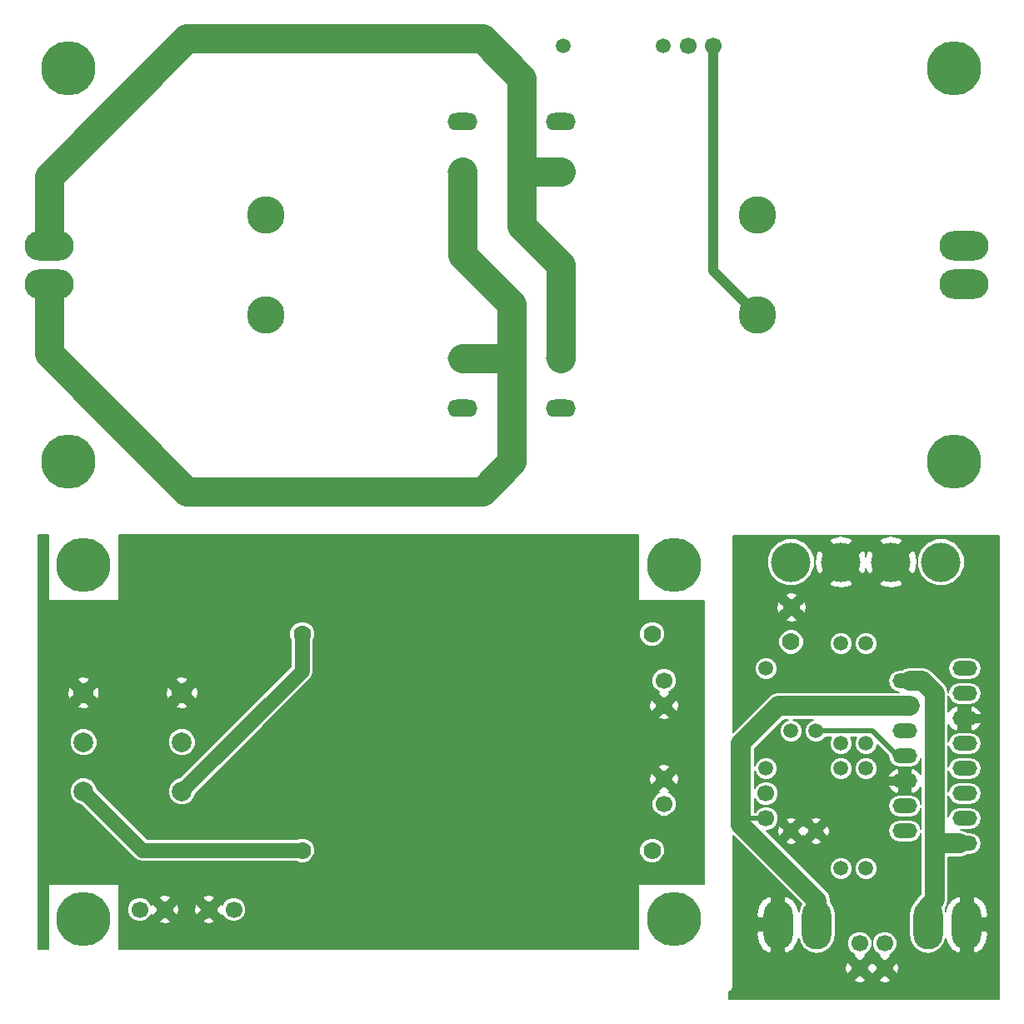
<source format=gtl>
G04 (created by PCBNEW (2013-07-07 BZR 4022)-stable) date 27/10/2013 04:34:24*
%MOIN*%
G04 Gerber Fmt 3.4, Leading zero omitted, Abs format*
%FSLAX34Y34*%
G01*
G70*
G90*
G04 APERTURE LIST*
%ADD10C,0.00393701*%
%ADD11C,0.0590551*%
%ADD12C,0.15748*%
%ADD13C,0.0669*%
%ADD14O,0.1181X0.1969*%
%ADD15C,0.07*%
%ADD16O,0.0984252X0.0590551*%
%ADD17O,0.12X0.07*%
%ADD18C,0.15*%
%ADD19C,0.2165*%
%ADD20O,0.1969X0.1181*%
%ADD21C,0.0787402*%
%ADD22C,0.019685*%
%ADD23C,0.11811*%
%ADD24C,0.0590551*%
%ADD25C,0.0393701*%
%ADD26C,0.0787402*%
%ADD27C,0.00787402*%
G04 APERTURE END LIST*
G54D10*
G54D11*
X47647Y-37858D03*
X47647Y-41858D03*
X45647Y-36358D03*
X45647Y-40358D03*
X47647Y-32858D03*
X47647Y-36858D03*
X46647Y-37858D03*
X46647Y-41858D03*
X44647Y-36358D03*
X44647Y-40358D03*
X46647Y-32858D03*
X46647Y-36858D03*
G54D12*
X50647Y-29608D03*
X48647Y-29608D03*
X44647Y-29608D03*
X46647Y-29608D03*
G54D13*
X48397Y-45858D03*
X48397Y-44858D03*
X47397Y-45858D03*
X47397Y-44858D03*
G54D14*
X51677Y-44108D03*
X50117Y-44108D03*
X45677Y-44108D03*
X44117Y-44108D03*
G54D11*
X43647Y-33858D03*
X43647Y-37858D03*
G54D15*
X44647Y-32797D03*
X44667Y-31419D03*
G54D16*
X51594Y-33858D03*
X51594Y-34858D03*
X51594Y-35858D03*
X51594Y-36858D03*
X51594Y-37858D03*
X51594Y-38858D03*
X51594Y-39858D03*
X51594Y-40858D03*
X49200Y-34358D03*
X49200Y-35358D03*
X49200Y-36358D03*
X49200Y-37358D03*
X49200Y-38358D03*
X49200Y-39358D03*
X49200Y-40358D03*
G54D13*
X43647Y-38858D03*
X43647Y-39858D03*
G54D17*
X31496Y-11992D03*
X31496Y-13992D03*
X31496Y-21440D03*
X31496Y-23440D03*
X35433Y-21440D03*
X35433Y-23440D03*
X35433Y-11992D03*
X35433Y-13992D03*
G54D18*
X23622Y-15716D03*
X23622Y-19716D03*
X43307Y-15716D03*
X43307Y-19716D03*
G54D19*
X51181Y-9842D03*
X51181Y-25590D03*
X15748Y-25590D03*
X15748Y-9842D03*
G54D20*
X14960Y-18496D03*
X14960Y-16936D03*
X51574Y-16936D03*
X51574Y-18496D03*
G54D11*
X35539Y-8938D03*
X39539Y-8938D03*
G54D13*
X41539Y-8938D03*
X40539Y-8938D03*
G54D21*
X16338Y-34842D03*
X16338Y-36811D03*
X16338Y-38779D03*
X20275Y-34842D03*
X20275Y-36811D03*
X20275Y-38779D03*
G54D13*
X18594Y-43503D03*
X19594Y-43503D03*
X22350Y-43503D03*
X21350Y-43503D03*
X39566Y-39279D03*
X39566Y-38279D03*
X39566Y-34342D03*
X39566Y-35342D03*
G54D15*
X39086Y-41141D03*
X25086Y-41141D03*
X39086Y-32480D03*
X25086Y-32480D03*
G54D19*
X16338Y-43897D03*
X16338Y-29724D03*
X39960Y-29724D03*
X39960Y-43897D03*
G54D22*
X45647Y-36358D02*
X47897Y-36358D01*
X48897Y-37358D02*
X49397Y-37358D01*
X47897Y-36358D02*
X48897Y-37358D01*
G54D23*
X14960Y-18503D02*
X14960Y-21259D01*
X14960Y-21259D02*
X20472Y-26771D01*
X31496Y-17322D02*
X31496Y-13992D01*
X31496Y-21440D02*
X33464Y-21440D01*
X33464Y-21440D02*
X33464Y-21259D01*
X33464Y-25590D02*
X33464Y-21259D01*
X33464Y-21259D02*
X33464Y-19291D01*
X32283Y-26771D02*
X33464Y-25590D01*
X20472Y-26771D02*
X32283Y-26771D01*
X33464Y-19291D02*
X31496Y-17322D01*
X14960Y-16929D02*
X14960Y-14173D01*
X14960Y-14173D02*
X20472Y-8661D01*
X35433Y-13992D02*
X33858Y-13992D01*
X33858Y-13992D02*
X33858Y-13779D01*
X33858Y-10236D02*
X33858Y-13779D01*
X32283Y-8661D02*
X33858Y-10236D01*
X20472Y-8661D02*
X32283Y-8661D01*
X35433Y-17716D02*
X35433Y-21440D01*
X33858Y-16141D02*
X35433Y-17716D01*
X33858Y-13779D02*
X33858Y-16141D01*
G54D24*
X25086Y-41141D02*
X18700Y-41141D01*
X18700Y-41141D02*
X16338Y-38779D01*
G54D25*
X41539Y-8938D02*
X41539Y-17948D01*
X41539Y-17948D02*
X43307Y-19716D01*
G54D24*
X20275Y-38779D02*
X25086Y-33968D01*
X25086Y-33968D02*
X25086Y-32480D01*
G54D26*
X51397Y-40858D02*
X50397Y-40858D01*
X50117Y-44108D02*
X50117Y-43388D01*
X49897Y-34358D02*
X49397Y-34358D01*
X50397Y-34858D02*
X49897Y-34358D01*
X50397Y-43108D02*
X50397Y-40858D01*
X50397Y-40858D02*
X50397Y-34858D01*
X50117Y-43388D02*
X50397Y-43108D01*
G54D22*
X43647Y-39858D02*
X42897Y-39858D01*
X42897Y-39858D02*
X42647Y-40108D01*
G54D26*
X49397Y-35358D02*
X44147Y-35358D01*
X45677Y-43138D02*
X45677Y-44108D01*
X42647Y-40108D02*
X45677Y-43138D01*
X42647Y-36858D02*
X42647Y-40108D01*
X44147Y-35358D02*
X42647Y-36858D01*
G54D10*
G36*
X52972Y-47066D02*
X52539Y-47066D01*
X52539Y-44498D01*
X52539Y-43717D01*
X52475Y-43387D01*
X52289Y-43107D01*
X52275Y-43099D01*
X52275Y-36084D01*
X52275Y-35632D01*
X52243Y-35590D01*
X52106Y-35437D01*
X51921Y-35349D01*
X51840Y-35394D01*
X51840Y-35710D01*
X52242Y-35710D01*
X52275Y-35632D01*
X52275Y-36084D01*
X52242Y-36005D01*
X51840Y-36005D01*
X51840Y-36321D01*
X51921Y-36367D01*
X52106Y-36278D01*
X52243Y-36125D01*
X52275Y-36084D01*
X52275Y-43099D01*
X52053Y-42974D01*
X51933Y-42988D01*
X51933Y-43852D01*
X52468Y-43852D01*
X52539Y-43717D01*
X52539Y-44498D01*
X52468Y-44364D01*
X51933Y-44364D01*
X51933Y-45228D01*
X52053Y-45241D01*
X52289Y-45109D01*
X52475Y-44829D01*
X52539Y-44498D01*
X52539Y-47066D01*
X48981Y-47066D01*
X48981Y-45826D01*
X48949Y-45664D01*
X48889Y-45634D01*
X48889Y-44760D01*
X48814Y-44579D01*
X48676Y-44441D01*
X48495Y-44366D01*
X48300Y-44366D01*
X48119Y-44440D01*
X48100Y-44459D01*
X48100Y-41768D01*
X48100Y-37768D01*
X48031Y-37602D01*
X47904Y-37474D01*
X47738Y-37405D01*
X47557Y-37405D01*
X47391Y-37474D01*
X47264Y-37601D01*
X47194Y-37767D01*
X47194Y-37947D01*
X47263Y-38114D01*
X47390Y-38241D01*
X47557Y-38310D01*
X47737Y-38311D01*
X47903Y-38242D01*
X48031Y-38115D01*
X48100Y-37948D01*
X48100Y-37768D01*
X48100Y-41768D01*
X48031Y-41602D01*
X47904Y-41474D01*
X47738Y-41405D01*
X47557Y-41405D01*
X47391Y-41474D01*
X47264Y-41601D01*
X47194Y-41767D01*
X47194Y-41947D01*
X47263Y-42114D01*
X47390Y-42241D01*
X47557Y-42310D01*
X47737Y-42311D01*
X47903Y-42242D01*
X48031Y-42115D01*
X48100Y-41948D01*
X48100Y-41768D01*
X48100Y-44459D01*
X47980Y-44579D01*
X47905Y-44759D01*
X47905Y-44955D01*
X47980Y-45136D01*
X48118Y-45275D01*
X48201Y-45309D01*
X48163Y-45387D01*
X48397Y-45621D01*
X48631Y-45387D01*
X48593Y-45309D01*
X48675Y-45275D01*
X48814Y-45137D01*
X48889Y-44956D01*
X48889Y-44760D01*
X48889Y-45634D01*
X48867Y-45624D01*
X48634Y-45858D01*
X48867Y-46092D01*
X48949Y-46052D01*
X48981Y-45826D01*
X48981Y-47066D01*
X48631Y-47066D01*
X48631Y-46328D01*
X48397Y-46094D01*
X48163Y-46328D01*
X48203Y-46410D01*
X48429Y-46442D01*
X48591Y-46410D01*
X48631Y-46328D01*
X48631Y-47066D01*
X48161Y-47066D01*
X48161Y-45858D01*
X47927Y-45624D01*
X47897Y-45638D01*
X47889Y-45634D01*
X47889Y-44760D01*
X47814Y-44579D01*
X47676Y-44441D01*
X47495Y-44366D01*
X47300Y-44366D01*
X47119Y-44440D01*
X47100Y-44459D01*
X47100Y-41768D01*
X47100Y-37768D01*
X47031Y-37602D01*
X46904Y-37474D01*
X46738Y-37405D01*
X46557Y-37405D01*
X46391Y-37474D01*
X46264Y-37601D01*
X46194Y-37767D01*
X46194Y-37947D01*
X46263Y-38114D01*
X46390Y-38241D01*
X46557Y-38310D01*
X46737Y-38311D01*
X46903Y-38242D01*
X47031Y-38115D01*
X47100Y-37948D01*
X47100Y-37768D01*
X47100Y-41768D01*
X47031Y-41602D01*
X46904Y-41474D01*
X46738Y-41405D01*
X46557Y-41405D01*
X46391Y-41474D01*
X46264Y-41601D01*
X46194Y-41767D01*
X46194Y-41947D01*
X46263Y-42114D01*
X46390Y-42241D01*
X46557Y-42310D01*
X46737Y-42311D01*
X46903Y-42242D01*
X47031Y-42115D01*
X47100Y-41948D01*
X47100Y-41768D01*
X47100Y-44459D01*
X46980Y-44579D01*
X46905Y-44759D01*
X46905Y-44955D01*
X46980Y-45136D01*
X47118Y-45275D01*
X47201Y-45309D01*
X47163Y-45387D01*
X47397Y-45621D01*
X47631Y-45387D01*
X47593Y-45309D01*
X47675Y-45275D01*
X47814Y-45137D01*
X47889Y-44956D01*
X47889Y-44760D01*
X47889Y-45634D01*
X47867Y-45624D01*
X47634Y-45858D01*
X47867Y-46092D01*
X47897Y-46077D01*
X47927Y-46092D01*
X48161Y-45858D01*
X48161Y-47066D01*
X47631Y-47066D01*
X47631Y-46328D01*
X47397Y-46094D01*
X47163Y-46328D01*
X47203Y-46410D01*
X47429Y-46442D01*
X47591Y-46410D01*
X47631Y-46328D01*
X47631Y-47066D01*
X47161Y-47066D01*
X47161Y-45858D01*
X46927Y-45624D01*
X46845Y-45664D01*
X46813Y-45890D01*
X46845Y-46052D01*
X46927Y-46092D01*
X47161Y-45858D01*
X47161Y-47066D01*
X43861Y-47066D01*
X43861Y-45228D01*
X43861Y-44364D01*
X43861Y-43852D01*
X43861Y-42988D01*
X43741Y-42974D01*
X43505Y-43107D01*
X43319Y-43387D01*
X43255Y-43717D01*
X43326Y-43852D01*
X43861Y-43852D01*
X43861Y-44364D01*
X43326Y-44364D01*
X43255Y-44498D01*
X43319Y-44829D01*
X43505Y-45109D01*
X43741Y-45241D01*
X43861Y-45228D01*
X43861Y-47066D01*
X42165Y-47066D01*
X42165Y-46781D01*
X42215Y-46771D01*
X42272Y-46733D01*
X42311Y-46676D01*
X42324Y-46608D01*
X42324Y-40564D01*
X45058Y-43298D01*
X44986Y-43405D01*
X44952Y-43577D01*
X44915Y-43387D01*
X44729Y-43107D01*
X44493Y-42974D01*
X44373Y-42988D01*
X44373Y-43852D01*
X44381Y-43852D01*
X44381Y-44364D01*
X44373Y-44364D01*
X44373Y-45228D01*
X44493Y-45241D01*
X44729Y-45109D01*
X44915Y-44829D01*
X44952Y-44638D01*
X44986Y-44810D01*
X45148Y-45053D01*
X45391Y-45215D01*
X45677Y-45272D01*
X45963Y-45215D01*
X46206Y-45053D01*
X46368Y-44810D01*
X46425Y-44524D01*
X46425Y-43691D01*
X46368Y-43405D01*
X46228Y-43196D01*
X46228Y-43138D01*
X46192Y-42954D01*
X46192Y-40337D01*
X46158Y-40169D01*
X46078Y-40135D01*
X45870Y-40344D01*
X45870Y-39926D01*
X45836Y-39846D01*
X45626Y-39813D01*
X45458Y-39846D01*
X45425Y-39926D01*
X45647Y-40149D01*
X45870Y-39926D01*
X45870Y-40344D01*
X45856Y-40358D01*
X46078Y-40580D01*
X46158Y-40547D01*
X46192Y-40337D01*
X46192Y-42954D01*
X46186Y-42927D01*
X46067Y-42748D01*
X46067Y-42748D01*
X45870Y-42551D01*
X45870Y-40789D01*
X45647Y-40567D01*
X45438Y-40775D01*
X45438Y-40358D01*
X45216Y-40135D01*
X45147Y-40164D01*
X45078Y-40135D01*
X44870Y-40344D01*
X44870Y-39926D01*
X44836Y-39846D01*
X44626Y-39813D01*
X44458Y-39846D01*
X44425Y-39926D01*
X44647Y-40149D01*
X44870Y-39926D01*
X44870Y-40344D01*
X44856Y-40358D01*
X45078Y-40580D01*
X45147Y-40551D01*
X45216Y-40580D01*
X45438Y-40358D01*
X45438Y-40775D01*
X45425Y-40789D01*
X45458Y-40869D01*
X45668Y-40902D01*
X45836Y-40869D01*
X45870Y-40789D01*
X45870Y-42551D01*
X44870Y-41551D01*
X44870Y-40789D01*
X44647Y-40567D01*
X44438Y-40775D01*
X44438Y-40358D01*
X44216Y-40135D01*
X44136Y-40169D01*
X44102Y-40379D01*
X44136Y-40547D01*
X44216Y-40580D01*
X44438Y-40358D01*
X44438Y-40775D01*
X44425Y-40789D01*
X44458Y-40869D01*
X44668Y-40902D01*
X44836Y-40869D01*
X44870Y-40789D01*
X44870Y-41551D01*
X43669Y-40350D01*
X43745Y-40350D01*
X43925Y-40275D01*
X44064Y-40137D01*
X44139Y-39956D01*
X44139Y-39760D01*
X44064Y-39579D01*
X43926Y-39441D01*
X43745Y-39366D01*
X43550Y-39366D01*
X43369Y-39440D01*
X43230Y-39579D01*
X43221Y-39602D01*
X43198Y-39602D01*
X43198Y-39060D01*
X43230Y-39136D01*
X43368Y-39275D01*
X43549Y-39350D01*
X43745Y-39350D01*
X43925Y-39275D01*
X44064Y-39137D01*
X44139Y-38956D01*
X44139Y-38760D01*
X44064Y-38579D01*
X43926Y-38441D01*
X43745Y-38366D01*
X43550Y-38366D01*
X43369Y-38440D01*
X43230Y-38579D01*
X43198Y-38656D01*
X43198Y-37957D01*
X43263Y-38114D01*
X43390Y-38241D01*
X43557Y-38310D01*
X43737Y-38311D01*
X43903Y-38242D01*
X44031Y-38115D01*
X44100Y-37948D01*
X44100Y-37768D01*
X44031Y-37602D01*
X43904Y-37474D01*
X43738Y-37405D01*
X43557Y-37405D01*
X43391Y-37474D01*
X43264Y-37601D01*
X43198Y-37758D01*
X43198Y-37086D01*
X44375Y-35909D01*
X44548Y-35909D01*
X44391Y-35974D01*
X44264Y-36101D01*
X44194Y-36267D01*
X44194Y-36447D01*
X44263Y-36614D01*
X44390Y-36741D01*
X44557Y-36810D01*
X44737Y-36811D01*
X44903Y-36742D01*
X45031Y-36615D01*
X45100Y-36448D01*
X45100Y-36268D01*
X45031Y-36102D01*
X44904Y-35974D01*
X44747Y-35909D01*
X45548Y-35909D01*
X45391Y-35974D01*
X45264Y-36101D01*
X45194Y-36267D01*
X45194Y-36447D01*
X45263Y-36614D01*
X45390Y-36741D01*
X45557Y-36810D01*
X45737Y-36811D01*
X45903Y-36742D01*
X46031Y-36615D01*
X46031Y-36614D01*
X46258Y-36614D01*
X46194Y-36767D01*
X46194Y-36947D01*
X46263Y-37114D01*
X46390Y-37241D01*
X46557Y-37310D01*
X46737Y-37311D01*
X46903Y-37242D01*
X47031Y-37115D01*
X47100Y-36948D01*
X47100Y-36768D01*
X47036Y-36614D01*
X47258Y-36614D01*
X47194Y-36767D01*
X47194Y-36947D01*
X47263Y-37114D01*
X47390Y-37241D01*
X47557Y-37310D01*
X47737Y-37311D01*
X47903Y-37242D01*
X48031Y-37115D01*
X48100Y-36948D01*
X48100Y-36922D01*
X48539Y-37361D01*
X48572Y-37531D01*
X48671Y-37678D01*
X48817Y-37776D01*
X48991Y-37811D01*
X49410Y-37811D01*
X49583Y-37776D01*
X49730Y-37678D01*
X49828Y-37531D01*
X49846Y-37442D01*
X49846Y-38086D01*
X49712Y-37937D01*
X49528Y-37849D01*
X49446Y-37894D01*
X49446Y-38210D01*
X49464Y-38210D01*
X49464Y-38505D01*
X49446Y-38505D01*
X49446Y-38821D01*
X49528Y-38867D01*
X49712Y-38778D01*
X49846Y-38629D01*
X49846Y-39274D01*
X49828Y-39185D01*
X49730Y-39038D01*
X49583Y-38939D01*
X49410Y-38905D01*
X48991Y-38905D01*
X48954Y-38912D01*
X48954Y-38821D01*
X48954Y-38505D01*
X48954Y-38210D01*
X48954Y-37894D01*
X48873Y-37849D01*
X48688Y-37937D01*
X48551Y-38090D01*
X48519Y-38132D01*
X48552Y-38210D01*
X48954Y-38210D01*
X48954Y-38505D01*
X48552Y-38505D01*
X48519Y-38584D01*
X48551Y-38625D01*
X48688Y-38778D01*
X48873Y-38867D01*
X48954Y-38821D01*
X48954Y-38912D01*
X48817Y-38939D01*
X48671Y-39038D01*
X48572Y-39185D01*
X48538Y-39358D01*
X48572Y-39531D01*
X48671Y-39678D01*
X48817Y-39776D01*
X48991Y-39811D01*
X49410Y-39811D01*
X49583Y-39776D01*
X49730Y-39678D01*
X49828Y-39531D01*
X49846Y-39442D01*
X49846Y-40274D01*
X49828Y-40185D01*
X49730Y-40038D01*
X49583Y-39939D01*
X49410Y-39905D01*
X48991Y-39905D01*
X48817Y-39939D01*
X48671Y-40038D01*
X48572Y-40185D01*
X48538Y-40358D01*
X48572Y-40531D01*
X48671Y-40678D01*
X48817Y-40776D01*
X48991Y-40811D01*
X49410Y-40811D01*
X49583Y-40776D01*
X49730Y-40678D01*
X49828Y-40531D01*
X49846Y-40442D01*
X49846Y-40858D01*
X49846Y-42879D01*
X49727Y-42998D01*
X49641Y-43127D01*
X49641Y-43127D01*
X49588Y-43162D01*
X49426Y-43405D01*
X49369Y-43691D01*
X49369Y-44524D01*
X49426Y-44810D01*
X49588Y-45053D01*
X49831Y-45215D01*
X50117Y-45272D01*
X50403Y-45215D01*
X50646Y-45053D01*
X50808Y-44810D01*
X50842Y-44638D01*
X50879Y-44829D01*
X51065Y-45109D01*
X51301Y-45241D01*
X51421Y-45228D01*
X51421Y-44364D01*
X51413Y-44364D01*
X51413Y-43852D01*
X51421Y-43852D01*
X51421Y-42988D01*
X51301Y-42974D01*
X51065Y-43107D01*
X50879Y-43387D01*
X50842Y-43577D01*
X50817Y-43452D01*
X50906Y-43319D01*
X50948Y-43108D01*
X50948Y-43108D01*
X50948Y-41409D01*
X51397Y-41409D01*
X51608Y-41367D01*
X51693Y-41311D01*
X51804Y-41311D01*
X51977Y-41276D01*
X52124Y-41178D01*
X52222Y-41031D01*
X52256Y-40858D01*
X52222Y-40685D01*
X52124Y-40538D01*
X51977Y-40439D01*
X51804Y-40405D01*
X51693Y-40405D01*
X51608Y-40349D01*
X51417Y-40311D01*
X51804Y-40311D01*
X51977Y-40276D01*
X52124Y-40178D01*
X52222Y-40031D01*
X52256Y-39858D01*
X52222Y-39685D01*
X52124Y-39538D01*
X51977Y-39439D01*
X51804Y-39405D01*
X51384Y-39405D01*
X51211Y-39439D01*
X51064Y-39538D01*
X50966Y-39685D01*
X50948Y-39774D01*
X50948Y-38942D01*
X50966Y-39031D01*
X51064Y-39178D01*
X51211Y-39276D01*
X51384Y-39311D01*
X51804Y-39311D01*
X51977Y-39276D01*
X52124Y-39178D01*
X52222Y-39031D01*
X52256Y-38858D01*
X52222Y-38685D01*
X52124Y-38538D01*
X51977Y-38439D01*
X51804Y-38405D01*
X51384Y-38405D01*
X51211Y-38439D01*
X51064Y-38538D01*
X50966Y-38685D01*
X50948Y-38774D01*
X50948Y-37942D01*
X50966Y-38031D01*
X51064Y-38178D01*
X51211Y-38276D01*
X51384Y-38311D01*
X51804Y-38311D01*
X51977Y-38276D01*
X52124Y-38178D01*
X52222Y-38031D01*
X52256Y-37858D01*
X52222Y-37685D01*
X52124Y-37538D01*
X51977Y-37439D01*
X51804Y-37405D01*
X51384Y-37405D01*
X51211Y-37439D01*
X51064Y-37538D01*
X50966Y-37685D01*
X50948Y-37774D01*
X50948Y-36942D01*
X50966Y-37031D01*
X51064Y-37178D01*
X51211Y-37276D01*
X51384Y-37311D01*
X51804Y-37311D01*
X51977Y-37276D01*
X52124Y-37178D01*
X52222Y-37031D01*
X52256Y-36858D01*
X52222Y-36685D01*
X52124Y-36538D01*
X51977Y-36439D01*
X51804Y-36405D01*
X51384Y-36405D01*
X51211Y-36439D01*
X51064Y-36538D01*
X50966Y-36685D01*
X50948Y-36774D01*
X50948Y-36129D01*
X51082Y-36278D01*
X51267Y-36367D01*
X51348Y-36321D01*
X51348Y-36005D01*
X51330Y-36005D01*
X51330Y-35710D01*
X51348Y-35710D01*
X51348Y-35394D01*
X51267Y-35349D01*
X51082Y-35437D01*
X50948Y-35586D01*
X50948Y-34942D01*
X50966Y-35031D01*
X51064Y-35178D01*
X51211Y-35276D01*
X51384Y-35311D01*
X51804Y-35311D01*
X51977Y-35276D01*
X52124Y-35178D01*
X52222Y-35031D01*
X52256Y-34858D01*
X52256Y-33858D01*
X52222Y-33685D01*
X52124Y-33538D01*
X51977Y-33439D01*
X51804Y-33405D01*
X51592Y-33405D01*
X51592Y-29421D01*
X51449Y-29073D01*
X51183Y-28807D01*
X50836Y-28663D01*
X50460Y-28663D01*
X50113Y-28806D01*
X49847Y-29072D01*
X49702Y-29419D01*
X49702Y-29795D01*
X49846Y-30142D01*
X50111Y-30408D01*
X50458Y-30552D01*
X50834Y-30553D01*
X51182Y-30409D01*
X51448Y-30144D01*
X51592Y-29797D01*
X51592Y-29421D01*
X51592Y-33405D01*
X51384Y-33405D01*
X51211Y-33439D01*
X51064Y-33538D01*
X50966Y-33685D01*
X50932Y-33858D01*
X50966Y-34031D01*
X51064Y-34178D01*
X51211Y-34276D01*
X51384Y-34311D01*
X51804Y-34311D01*
X51977Y-34276D01*
X52124Y-34178D01*
X52222Y-34031D01*
X52256Y-33858D01*
X52256Y-34858D01*
X52222Y-34685D01*
X52124Y-34538D01*
X51977Y-34439D01*
X51804Y-34405D01*
X51384Y-34405D01*
X51211Y-34439D01*
X51064Y-34538D01*
X50966Y-34685D01*
X50940Y-34816D01*
X50906Y-34647D01*
X50787Y-34468D01*
X50787Y-34468D01*
X50287Y-33968D01*
X50108Y-33849D01*
X49897Y-33807D01*
X49694Y-33807D01*
X49694Y-29596D01*
X49619Y-29218D01*
X49502Y-29115D01*
X49140Y-29477D01*
X49140Y-28753D01*
X49037Y-28636D01*
X48635Y-28561D01*
X48257Y-28636D01*
X48154Y-28753D01*
X48647Y-29246D01*
X49140Y-28753D01*
X49140Y-29477D01*
X49009Y-29608D01*
X49502Y-30101D01*
X49619Y-29997D01*
X49694Y-29596D01*
X49694Y-33807D01*
X49397Y-33807D01*
X49186Y-33849D01*
X49140Y-33879D01*
X49140Y-30463D01*
X48647Y-29970D01*
X48285Y-30332D01*
X48285Y-29608D01*
X47792Y-29115D01*
X47675Y-29218D01*
X47648Y-29365D01*
X47619Y-29218D01*
X47502Y-29115D01*
X47140Y-29477D01*
X47140Y-28753D01*
X47037Y-28636D01*
X46635Y-28561D01*
X46257Y-28636D01*
X46154Y-28753D01*
X46647Y-29246D01*
X47140Y-28753D01*
X47140Y-29477D01*
X47009Y-29608D01*
X47502Y-30101D01*
X47619Y-29997D01*
X47646Y-29851D01*
X47675Y-29997D01*
X47792Y-30101D01*
X48285Y-29608D01*
X48285Y-30332D01*
X48154Y-30463D01*
X48257Y-30579D01*
X48659Y-30655D01*
X49037Y-30579D01*
X49140Y-30463D01*
X49140Y-33879D01*
X49102Y-33905D01*
X48991Y-33905D01*
X48817Y-33939D01*
X48671Y-34038D01*
X48572Y-34185D01*
X48538Y-34358D01*
X48572Y-34531D01*
X48671Y-34678D01*
X48817Y-34776D01*
X48971Y-34807D01*
X48100Y-34807D01*
X48100Y-32768D01*
X48031Y-32602D01*
X47904Y-32474D01*
X47738Y-32405D01*
X47557Y-32405D01*
X47391Y-32474D01*
X47264Y-32601D01*
X47194Y-32767D01*
X47194Y-32947D01*
X47263Y-33114D01*
X47390Y-33241D01*
X47557Y-33310D01*
X47737Y-33311D01*
X47903Y-33242D01*
X48031Y-33115D01*
X48100Y-32948D01*
X48100Y-32768D01*
X48100Y-34807D01*
X47140Y-34807D01*
X47140Y-30463D01*
X46647Y-29970D01*
X46285Y-30332D01*
X46285Y-29608D01*
X45792Y-29115D01*
X45675Y-29218D01*
X45600Y-29620D01*
X45675Y-29997D01*
X45792Y-30101D01*
X46285Y-29608D01*
X46285Y-30332D01*
X46154Y-30463D01*
X46257Y-30579D01*
X46659Y-30655D01*
X47037Y-30579D01*
X47140Y-30463D01*
X47140Y-34807D01*
X47100Y-34807D01*
X47100Y-32768D01*
X47031Y-32602D01*
X46904Y-32474D01*
X46738Y-32405D01*
X46557Y-32405D01*
X46391Y-32474D01*
X46264Y-32601D01*
X46194Y-32767D01*
X46194Y-32947D01*
X46263Y-33114D01*
X46390Y-33241D01*
X46557Y-33310D01*
X46737Y-33311D01*
X46903Y-33242D01*
X47031Y-33115D01*
X47100Y-32948D01*
X47100Y-32768D01*
X47100Y-34807D01*
X45592Y-34807D01*
X45592Y-29421D01*
X45449Y-29073D01*
X45183Y-28807D01*
X44836Y-28663D01*
X44460Y-28663D01*
X44113Y-28806D01*
X43847Y-29072D01*
X43702Y-29419D01*
X43702Y-29795D01*
X43846Y-30142D01*
X44111Y-30408D01*
X44458Y-30552D01*
X44834Y-30553D01*
X45182Y-30409D01*
X45448Y-30144D01*
X45592Y-29797D01*
X45592Y-29421D01*
X45592Y-34807D01*
X45267Y-34807D01*
X45267Y-31383D01*
X45235Y-31222D01*
X45153Y-31181D01*
X44914Y-31419D01*
X45153Y-31657D01*
X45235Y-31615D01*
X45267Y-31383D01*
X45267Y-34807D01*
X45155Y-34807D01*
X45155Y-32696D01*
X45078Y-32510D01*
X44935Y-32367D01*
X44905Y-32354D01*
X44905Y-31905D01*
X44905Y-30933D01*
X44863Y-30851D01*
X44631Y-30819D01*
X44471Y-30851D01*
X44429Y-30933D01*
X44667Y-31171D01*
X44905Y-30933D01*
X44905Y-31905D01*
X44667Y-31666D01*
X44429Y-31905D01*
X44471Y-31987D01*
X44703Y-32019D01*
X44863Y-31987D01*
X44905Y-31905D01*
X44905Y-32354D01*
X44749Y-32289D01*
X44547Y-32289D01*
X44419Y-32342D01*
X44419Y-31419D01*
X44181Y-31181D01*
X44099Y-31222D01*
X44067Y-31455D01*
X44099Y-31615D01*
X44181Y-31657D01*
X44419Y-31419D01*
X44419Y-32342D01*
X44360Y-32366D01*
X44217Y-32509D01*
X44140Y-32695D01*
X44140Y-32897D01*
X44217Y-33084D01*
X44359Y-33227D01*
X44546Y-33304D01*
X44748Y-33304D01*
X44934Y-33227D01*
X45077Y-33085D01*
X45155Y-32898D01*
X45155Y-32696D01*
X45155Y-34807D01*
X44147Y-34807D01*
X44100Y-34816D01*
X44100Y-33768D01*
X44031Y-33602D01*
X43904Y-33474D01*
X43738Y-33405D01*
X43557Y-33405D01*
X43391Y-33474D01*
X43264Y-33601D01*
X43194Y-33767D01*
X43194Y-33947D01*
X43263Y-34114D01*
X43390Y-34241D01*
X43557Y-34310D01*
X43737Y-34311D01*
X43903Y-34242D01*
X44031Y-34115D01*
X44100Y-33948D01*
X44100Y-33768D01*
X44100Y-34816D01*
X43936Y-34849D01*
X43757Y-34968D01*
X42324Y-36401D01*
X42324Y-28535D01*
X52972Y-28535D01*
X52972Y-47066D01*
X52972Y-47066D01*
G37*
G54D27*
X52972Y-47066D02*
X52539Y-47066D01*
X52539Y-44498D01*
X52539Y-43717D01*
X52475Y-43387D01*
X52289Y-43107D01*
X52275Y-43099D01*
X52275Y-36084D01*
X52275Y-35632D01*
X52243Y-35590D01*
X52106Y-35437D01*
X51921Y-35349D01*
X51840Y-35394D01*
X51840Y-35710D01*
X52242Y-35710D01*
X52275Y-35632D01*
X52275Y-36084D01*
X52242Y-36005D01*
X51840Y-36005D01*
X51840Y-36321D01*
X51921Y-36367D01*
X52106Y-36278D01*
X52243Y-36125D01*
X52275Y-36084D01*
X52275Y-43099D01*
X52053Y-42974D01*
X51933Y-42988D01*
X51933Y-43852D01*
X52468Y-43852D01*
X52539Y-43717D01*
X52539Y-44498D01*
X52468Y-44364D01*
X51933Y-44364D01*
X51933Y-45228D01*
X52053Y-45241D01*
X52289Y-45109D01*
X52475Y-44829D01*
X52539Y-44498D01*
X52539Y-47066D01*
X48981Y-47066D01*
X48981Y-45826D01*
X48949Y-45664D01*
X48889Y-45634D01*
X48889Y-44760D01*
X48814Y-44579D01*
X48676Y-44441D01*
X48495Y-44366D01*
X48300Y-44366D01*
X48119Y-44440D01*
X48100Y-44459D01*
X48100Y-41768D01*
X48100Y-37768D01*
X48031Y-37602D01*
X47904Y-37474D01*
X47738Y-37405D01*
X47557Y-37405D01*
X47391Y-37474D01*
X47264Y-37601D01*
X47194Y-37767D01*
X47194Y-37947D01*
X47263Y-38114D01*
X47390Y-38241D01*
X47557Y-38310D01*
X47737Y-38311D01*
X47903Y-38242D01*
X48031Y-38115D01*
X48100Y-37948D01*
X48100Y-37768D01*
X48100Y-41768D01*
X48031Y-41602D01*
X47904Y-41474D01*
X47738Y-41405D01*
X47557Y-41405D01*
X47391Y-41474D01*
X47264Y-41601D01*
X47194Y-41767D01*
X47194Y-41947D01*
X47263Y-42114D01*
X47390Y-42241D01*
X47557Y-42310D01*
X47737Y-42311D01*
X47903Y-42242D01*
X48031Y-42115D01*
X48100Y-41948D01*
X48100Y-41768D01*
X48100Y-44459D01*
X47980Y-44579D01*
X47905Y-44759D01*
X47905Y-44955D01*
X47980Y-45136D01*
X48118Y-45275D01*
X48201Y-45309D01*
X48163Y-45387D01*
X48397Y-45621D01*
X48631Y-45387D01*
X48593Y-45309D01*
X48675Y-45275D01*
X48814Y-45137D01*
X48889Y-44956D01*
X48889Y-44760D01*
X48889Y-45634D01*
X48867Y-45624D01*
X48634Y-45858D01*
X48867Y-46092D01*
X48949Y-46052D01*
X48981Y-45826D01*
X48981Y-47066D01*
X48631Y-47066D01*
X48631Y-46328D01*
X48397Y-46094D01*
X48163Y-46328D01*
X48203Y-46410D01*
X48429Y-46442D01*
X48591Y-46410D01*
X48631Y-46328D01*
X48631Y-47066D01*
X48161Y-47066D01*
X48161Y-45858D01*
X47927Y-45624D01*
X47897Y-45638D01*
X47889Y-45634D01*
X47889Y-44760D01*
X47814Y-44579D01*
X47676Y-44441D01*
X47495Y-44366D01*
X47300Y-44366D01*
X47119Y-44440D01*
X47100Y-44459D01*
X47100Y-41768D01*
X47100Y-37768D01*
X47031Y-37602D01*
X46904Y-37474D01*
X46738Y-37405D01*
X46557Y-37405D01*
X46391Y-37474D01*
X46264Y-37601D01*
X46194Y-37767D01*
X46194Y-37947D01*
X46263Y-38114D01*
X46390Y-38241D01*
X46557Y-38310D01*
X46737Y-38311D01*
X46903Y-38242D01*
X47031Y-38115D01*
X47100Y-37948D01*
X47100Y-37768D01*
X47100Y-41768D01*
X47031Y-41602D01*
X46904Y-41474D01*
X46738Y-41405D01*
X46557Y-41405D01*
X46391Y-41474D01*
X46264Y-41601D01*
X46194Y-41767D01*
X46194Y-41947D01*
X46263Y-42114D01*
X46390Y-42241D01*
X46557Y-42310D01*
X46737Y-42311D01*
X46903Y-42242D01*
X47031Y-42115D01*
X47100Y-41948D01*
X47100Y-41768D01*
X47100Y-44459D01*
X46980Y-44579D01*
X46905Y-44759D01*
X46905Y-44955D01*
X46980Y-45136D01*
X47118Y-45275D01*
X47201Y-45309D01*
X47163Y-45387D01*
X47397Y-45621D01*
X47631Y-45387D01*
X47593Y-45309D01*
X47675Y-45275D01*
X47814Y-45137D01*
X47889Y-44956D01*
X47889Y-44760D01*
X47889Y-45634D01*
X47867Y-45624D01*
X47634Y-45858D01*
X47867Y-46092D01*
X47897Y-46077D01*
X47927Y-46092D01*
X48161Y-45858D01*
X48161Y-47066D01*
X47631Y-47066D01*
X47631Y-46328D01*
X47397Y-46094D01*
X47163Y-46328D01*
X47203Y-46410D01*
X47429Y-46442D01*
X47591Y-46410D01*
X47631Y-46328D01*
X47631Y-47066D01*
X47161Y-47066D01*
X47161Y-45858D01*
X46927Y-45624D01*
X46845Y-45664D01*
X46813Y-45890D01*
X46845Y-46052D01*
X46927Y-46092D01*
X47161Y-45858D01*
X47161Y-47066D01*
X43861Y-47066D01*
X43861Y-45228D01*
X43861Y-44364D01*
X43861Y-43852D01*
X43861Y-42988D01*
X43741Y-42974D01*
X43505Y-43107D01*
X43319Y-43387D01*
X43255Y-43717D01*
X43326Y-43852D01*
X43861Y-43852D01*
X43861Y-44364D01*
X43326Y-44364D01*
X43255Y-44498D01*
X43319Y-44829D01*
X43505Y-45109D01*
X43741Y-45241D01*
X43861Y-45228D01*
X43861Y-47066D01*
X42165Y-47066D01*
X42165Y-46781D01*
X42215Y-46771D01*
X42272Y-46733D01*
X42311Y-46676D01*
X42324Y-46608D01*
X42324Y-40564D01*
X45058Y-43298D01*
X44986Y-43405D01*
X44952Y-43577D01*
X44915Y-43387D01*
X44729Y-43107D01*
X44493Y-42974D01*
X44373Y-42988D01*
X44373Y-43852D01*
X44381Y-43852D01*
X44381Y-44364D01*
X44373Y-44364D01*
X44373Y-45228D01*
X44493Y-45241D01*
X44729Y-45109D01*
X44915Y-44829D01*
X44952Y-44638D01*
X44986Y-44810D01*
X45148Y-45053D01*
X45391Y-45215D01*
X45677Y-45272D01*
X45963Y-45215D01*
X46206Y-45053D01*
X46368Y-44810D01*
X46425Y-44524D01*
X46425Y-43691D01*
X46368Y-43405D01*
X46228Y-43196D01*
X46228Y-43138D01*
X46192Y-42954D01*
X46192Y-40337D01*
X46158Y-40169D01*
X46078Y-40135D01*
X45870Y-40344D01*
X45870Y-39926D01*
X45836Y-39846D01*
X45626Y-39813D01*
X45458Y-39846D01*
X45425Y-39926D01*
X45647Y-40149D01*
X45870Y-39926D01*
X45870Y-40344D01*
X45856Y-40358D01*
X46078Y-40580D01*
X46158Y-40547D01*
X46192Y-40337D01*
X46192Y-42954D01*
X46186Y-42927D01*
X46067Y-42748D01*
X46067Y-42748D01*
X45870Y-42551D01*
X45870Y-40789D01*
X45647Y-40567D01*
X45438Y-40775D01*
X45438Y-40358D01*
X45216Y-40135D01*
X45147Y-40164D01*
X45078Y-40135D01*
X44870Y-40344D01*
X44870Y-39926D01*
X44836Y-39846D01*
X44626Y-39813D01*
X44458Y-39846D01*
X44425Y-39926D01*
X44647Y-40149D01*
X44870Y-39926D01*
X44870Y-40344D01*
X44856Y-40358D01*
X45078Y-40580D01*
X45147Y-40551D01*
X45216Y-40580D01*
X45438Y-40358D01*
X45438Y-40775D01*
X45425Y-40789D01*
X45458Y-40869D01*
X45668Y-40902D01*
X45836Y-40869D01*
X45870Y-40789D01*
X45870Y-42551D01*
X44870Y-41551D01*
X44870Y-40789D01*
X44647Y-40567D01*
X44438Y-40775D01*
X44438Y-40358D01*
X44216Y-40135D01*
X44136Y-40169D01*
X44102Y-40379D01*
X44136Y-40547D01*
X44216Y-40580D01*
X44438Y-40358D01*
X44438Y-40775D01*
X44425Y-40789D01*
X44458Y-40869D01*
X44668Y-40902D01*
X44836Y-40869D01*
X44870Y-40789D01*
X44870Y-41551D01*
X43669Y-40350D01*
X43745Y-40350D01*
X43925Y-40275D01*
X44064Y-40137D01*
X44139Y-39956D01*
X44139Y-39760D01*
X44064Y-39579D01*
X43926Y-39441D01*
X43745Y-39366D01*
X43550Y-39366D01*
X43369Y-39440D01*
X43230Y-39579D01*
X43221Y-39602D01*
X43198Y-39602D01*
X43198Y-39060D01*
X43230Y-39136D01*
X43368Y-39275D01*
X43549Y-39350D01*
X43745Y-39350D01*
X43925Y-39275D01*
X44064Y-39137D01*
X44139Y-38956D01*
X44139Y-38760D01*
X44064Y-38579D01*
X43926Y-38441D01*
X43745Y-38366D01*
X43550Y-38366D01*
X43369Y-38440D01*
X43230Y-38579D01*
X43198Y-38656D01*
X43198Y-37957D01*
X43263Y-38114D01*
X43390Y-38241D01*
X43557Y-38310D01*
X43737Y-38311D01*
X43903Y-38242D01*
X44031Y-38115D01*
X44100Y-37948D01*
X44100Y-37768D01*
X44031Y-37602D01*
X43904Y-37474D01*
X43738Y-37405D01*
X43557Y-37405D01*
X43391Y-37474D01*
X43264Y-37601D01*
X43198Y-37758D01*
X43198Y-37086D01*
X44375Y-35909D01*
X44548Y-35909D01*
X44391Y-35974D01*
X44264Y-36101D01*
X44194Y-36267D01*
X44194Y-36447D01*
X44263Y-36614D01*
X44390Y-36741D01*
X44557Y-36810D01*
X44737Y-36811D01*
X44903Y-36742D01*
X45031Y-36615D01*
X45100Y-36448D01*
X45100Y-36268D01*
X45031Y-36102D01*
X44904Y-35974D01*
X44747Y-35909D01*
X45548Y-35909D01*
X45391Y-35974D01*
X45264Y-36101D01*
X45194Y-36267D01*
X45194Y-36447D01*
X45263Y-36614D01*
X45390Y-36741D01*
X45557Y-36810D01*
X45737Y-36811D01*
X45903Y-36742D01*
X46031Y-36615D01*
X46031Y-36614D01*
X46258Y-36614D01*
X46194Y-36767D01*
X46194Y-36947D01*
X46263Y-37114D01*
X46390Y-37241D01*
X46557Y-37310D01*
X46737Y-37311D01*
X46903Y-37242D01*
X47031Y-37115D01*
X47100Y-36948D01*
X47100Y-36768D01*
X47036Y-36614D01*
X47258Y-36614D01*
X47194Y-36767D01*
X47194Y-36947D01*
X47263Y-37114D01*
X47390Y-37241D01*
X47557Y-37310D01*
X47737Y-37311D01*
X47903Y-37242D01*
X48031Y-37115D01*
X48100Y-36948D01*
X48100Y-36922D01*
X48539Y-37361D01*
X48572Y-37531D01*
X48671Y-37678D01*
X48817Y-37776D01*
X48991Y-37811D01*
X49410Y-37811D01*
X49583Y-37776D01*
X49730Y-37678D01*
X49828Y-37531D01*
X49846Y-37442D01*
X49846Y-38086D01*
X49712Y-37937D01*
X49528Y-37849D01*
X49446Y-37894D01*
X49446Y-38210D01*
X49464Y-38210D01*
X49464Y-38505D01*
X49446Y-38505D01*
X49446Y-38821D01*
X49528Y-38867D01*
X49712Y-38778D01*
X49846Y-38629D01*
X49846Y-39274D01*
X49828Y-39185D01*
X49730Y-39038D01*
X49583Y-38939D01*
X49410Y-38905D01*
X48991Y-38905D01*
X48954Y-38912D01*
X48954Y-38821D01*
X48954Y-38505D01*
X48954Y-38210D01*
X48954Y-37894D01*
X48873Y-37849D01*
X48688Y-37937D01*
X48551Y-38090D01*
X48519Y-38132D01*
X48552Y-38210D01*
X48954Y-38210D01*
X48954Y-38505D01*
X48552Y-38505D01*
X48519Y-38584D01*
X48551Y-38625D01*
X48688Y-38778D01*
X48873Y-38867D01*
X48954Y-38821D01*
X48954Y-38912D01*
X48817Y-38939D01*
X48671Y-39038D01*
X48572Y-39185D01*
X48538Y-39358D01*
X48572Y-39531D01*
X48671Y-39678D01*
X48817Y-39776D01*
X48991Y-39811D01*
X49410Y-39811D01*
X49583Y-39776D01*
X49730Y-39678D01*
X49828Y-39531D01*
X49846Y-39442D01*
X49846Y-40274D01*
X49828Y-40185D01*
X49730Y-40038D01*
X49583Y-39939D01*
X49410Y-39905D01*
X48991Y-39905D01*
X48817Y-39939D01*
X48671Y-40038D01*
X48572Y-40185D01*
X48538Y-40358D01*
X48572Y-40531D01*
X48671Y-40678D01*
X48817Y-40776D01*
X48991Y-40811D01*
X49410Y-40811D01*
X49583Y-40776D01*
X49730Y-40678D01*
X49828Y-40531D01*
X49846Y-40442D01*
X49846Y-40858D01*
X49846Y-42879D01*
X49727Y-42998D01*
X49641Y-43127D01*
X49641Y-43127D01*
X49588Y-43162D01*
X49426Y-43405D01*
X49369Y-43691D01*
X49369Y-44524D01*
X49426Y-44810D01*
X49588Y-45053D01*
X49831Y-45215D01*
X50117Y-45272D01*
X50403Y-45215D01*
X50646Y-45053D01*
X50808Y-44810D01*
X50842Y-44638D01*
X50879Y-44829D01*
X51065Y-45109D01*
X51301Y-45241D01*
X51421Y-45228D01*
X51421Y-44364D01*
X51413Y-44364D01*
X51413Y-43852D01*
X51421Y-43852D01*
X51421Y-42988D01*
X51301Y-42974D01*
X51065Y-43107D01*
X50879Y-43387D01*
X50842Y-43577D01*
X50817Y-43452D01*
X50906Y-43319D01*
X50948Y-43108D01*
X50948Y-43108D01*
X50948Y-41409D01*
X51397Y-41409D01*
X51608Y-41367D01*
X51693Y-41311D01*
X51804Y-41311D01*
X51977Y-41276D01*
X52124Y-41178D01*
X52222Y-41031D01*
X52256Y-40858D01*
X52222Y-40685D01*
X52124Y-40538D01*
X51977Y-40439D01*
X51804Y-40405D01*
X51693Y-40405D01*
X51608Y-40349D01*
X51417Y-40311D01*
X51804Y-40311D01*
X51977Y-40276D01*
X52124Y-40178D01*
X52222Y-40031D01*
X52256Y-39858D01*
X52222Y-39685D01*
X52124Y-39538D01*
X51977Y-39439D01*
X51804Y-39405D01*
X51384Y-39405D01*
X51211Y-39439D01*
X51064Y-39538D01*
X50966Y-39685D01*
X50948Y-39774D01*
X50948Y-38942D01*
X50966Y-39031D01*
X51064Y-39178D01*
X51211Y-39276D01*
X51384Y-39311D01*
X51804Y-39311D01*
X51977Y-39276D01*
X52124Y-39178D01*
X52222Y-39031D01*
X52256Y-38858D01*
X52222Y-38685D01*
X52124Y-38538D01*
X51977Y-38439D01*
X51804Y-38405D01*
X51384Y-38405D01*
X51211Y-38439D01*
X51064Y-38538D01*
X50966Y-38685D01*
X50948Y-38774D01*
X50948Y-37942D01*
X50966Y-38031D01*
X51064Y-38178D01*
X51211Y-38276D01*
X51384Y-38311D01*
X51804Y-38311D01*
X51977Y-38276D01*
X52124Y-38178D01*
X52222Y-38031D01*
X52256Y-37858D01*
X52222Y-37685D01*
X52124Y-37538D01*
X51977Y-37439D01*
X51804Y-37405D01*
X51384Y-37405D01*
X51211Y-37439D01*
X51064Y-37538D01*
X50966Y-37685D01*
X50948Y-37774D01*
X50948Y-36942D01*
X50966Y-37031D01*
X51064Y-37178D01*
X51211Y-37276D01*
X51384Y-37311D01*
X51804Y-37311D01*
X51977Y-37276D01*
X52124Y-37178D01*
X52222Y-37031D01*
X52256Y-36858D01*
X52222Y-36685D01*
X52124Y-36538D01*
X51977Y-36439D01*
X51804Y-36405D01*
X51384Y-36405D01*
X51211Y-36439D01*
X51064Y-36538D01*
X50966Y-36685D01*
X50948Y-36774D01*
X50948Y-36129D01*
X51082Y-36278D01*
X51267Y-36367D01*
X51348Y-36321D01*
X51348Y-36005D01*
X51330Y-36005D01*
X51330Y-35710D01*
X51348Y-35710D01*
X51348Y-35394D01*
X51267Y-35349D01*
X51082Y-35437D01*
X50948Y-35586D01*
X50948Y-34942D01*
X50966Y-35031D01*
X51064Y-35178D01*
X51211Y-35276D01*
X51384Y-35311D01*
X51804Y-35311D01*
X51977Y-35276D01*
X52124Y-35178D01*
X52222Y-35031D01*
X52256Y-34858D01*
X52256Y-33858D01*
X52222Y-33685D01*
X52124Y-33538D01*
X51977Y-33439D01*
X51804Y-33405D01*
X51592Y-33405D01*
X51592Y-29421D01*
X51449Y-29073D01*
X51183Y-28807D01*
X50836Y-28663D01*
X50460Y-28663D01*
X50113Y-28806D01*
X49847Y-29072D01*
X49702Y-29419D01*
X49702Y-29795D01*
X49846Y-30142D01*
X50111Y-30408D01*
X50458Y-30552D01*
X50834Y-30553D01*
X51182Y-30409D01*
X51448Y-30144D01*
X51592Y-29797D01*
X51592Y-29421D01*
X51592Y-33405D01*
X51384Y-33405D01*
X51211Y-33439D01*
X51064Y-33538D01*
X50966Y-33685D01*
X50932Y-33858D01*
X50966Y-34031D01*
X51064Y-34178D01*
X51211Y-34276D01*
X51384Y-34311D01*
X51804Y-34311D01*
X51977Y-34276D01*
X52124Y-34178D01*
X52222Y-34031D01*
X52256Y-33858D01*
X52256Y-34858D01*
X52222Y-34685D01*
X52124Y-34538D01*
X51977Y-34439D01*
X51804Y-34405D01*
X51384Y-34405D01*
X51211Y-34439D01*
X51064Y-34538D01*
X50966Y-34685D01*
X50940Y-34816D01*
X50906Y-34647D01*
X50787Y-34468D01*
X50787Y-34468D01*
X50287Y-33968D01*
X50108Y-33849D01*
X49897Y-33807D01*
X49694Y-33807D01*
X49694Y-29596D01*
X49619Y-29218D01*
X49502Y-29115D01*
X49140Y-29477D01*
X49140Y-28753D01*
X49037Y-28636D01*
X48635Y-28561D01*
X48257Y-28636D01*
X48154Y-28753D01*
X48647Y-29246D01*
X49140Y-28753D01*
X49140Y-29477D01*
X49009Y-29608D01*
X49502Y-30101D01*
X49619Y-29997D01*
X49694Y-29596D01*
X49694Y-33807D01*
X49397Y-33807D01*
X49186Y-33849D01*
X49140Y-33879D01*
X49140Y-30463D01*
X48647Y-29970D01*
X48285Y-30332D01*
X48285Y-29608D01*
X47792Y-29115D01*
X47675Y-29218D01*
X47648Y-29365D01*
X47619Y-29218D01*
X47502Y-29115D01*
X47140Y-29477D01*
X47140Y-28753D01*
X47037Y-28636D01*
X46635Y-28561D01*
X46257Y-28636D01*
X46154Y-28753D01*
X46647Y-29246D01*
X47140Y-28753D01*
X47140Y-29477D01*
X47009Y-29608D01*
X47502Y-30101D01*
X47619Y-29997D01*
X47646Y-29851D01*
X47675Y-29997D01*
X47792Y-30101D01*
X48285Y-29608D01*
X48285Y-30332D01*
X48154Y-30463D01*
X48257Y-30579D01*
X48659Y-30655D01*
X49037Y-30579D01*
X49140Y-30463D01*
X49140Y-33879D01*
X49102Y-33905D01*
X48991Y-33905D01*
X48817Y-33939D01*
X48671Y-34038D01*
X48572Y-34185D01*
X48538Y-34358D01*
X48572Y-34531D01*
X48671Y-34678D01*
X48817Y-34776D01*
X48971Y-34807D01*
X48100Y-34807D01*
X48100Y-32768D01*
X48031Y-32602D01*
X47904Y-32474D01*
X47738Y-32405D01*
X47557Y-32405D01*
X47391Y-32474D01*
X47264Y-32601D01*
X47194Y-32767D01*
X47194Y-32947D01*
X47263Y-33114D01*
X47390Y-33241D01*
X47557Y-33310D01*
X47737Y-33311D01*
X47903Y-33242D01*
X48031Y-33115D01*
X48100Y-32948D01*
X48100Y-32768D01*
X48100Y-34807D01*
X47140Y-34807D01*
X47140Y-30463D01*
X46647Y-29970D01*
X46285Y-30332D01*
X46285Y-29608D01*
X45792Y-29115D01*
X45675Y-29218D01*
X45600Y-29620D01*
X45675Y-29997D01*
X45792Y-30101D01*
X46285Y-29608D01*
X46285Y-30332D01*
X46154Y-30463D01*
X46257Y-30579D01*
X46659Y-30655D01*
X47037Y-30579D01*
X47140Y-30463D01*
X47140Y-34807D01*
X47100Y-34807D01*
X47100Y-32768D01*
X47031Y-32602D01*
X46904Y-32474D01*
X46738Y-32405D01*
X46557Y-32405D01*
X46391Y-32474D01*
X46264Y-32601D01*
X46194Y-32767D01*
X46194Y-32947D01*
X46263Y-33114D01*
X46390Y-33241D01*
X46557Y-33310D01*
X46737Y-33311D01*
X46903Y-33242D01*
X47031Y-33115D01*
X47100Y-32948D01*
X47100Y-32768D01*
X47100Y-34807D01*
X45592Y-34807D01*
X45592Y-29421D01*
X45449Y-29073D01*
X45183Y-28807D01*
X44836Y-28663D01*
X44460Y-28663D01*
X44113Y-28806D01*
X43847Y-29072D01*
X43702Y-29419D01*
X43702Y-29795D01*
X43846Y-30142D01*
X44111Y-30408D01*
X44458Y-30552D01*
X44834Y-30553D01*
X45182Y-30409D01*
X45448Y-30144D01*
X45592Y-29797D01*
X45592Y-29421D01*
X45592Y-34807D01*
X45267Y-34807D01*
X45267Y-31383D01*
X45235Y-31222D01*
X45153Y-31181D01*
X44914Y-31419D01*
X45153Y-31657D01*
X45235Y-31615D01*
X45267Y-31383D01*
X45267Y-34807D01*
X45155Y-34807D01*
X45155Y-32696D01*
X45078Y-32510D01*
X44935Y-32367D01*
X44905Y-32354D01*
X44905Y-31905D01*
X44905Y-30933D01*
X44863Y-30851D01*
X44631Y-30819D01*
X44471Y-30851D01*
X44429Y-30933D01*
X44667Y-31171D01*
X44905Y-30933D01*
X44905Y-31905D01*
X44667Y-31666D01*
X44429Y-31905D01*
X44471Y-31987D01*
X44703Y-32019D01*
X44863Y-31987D01*
X44905Y-31905D01*
X44905Y-32354D01*
X44749Y-32289D01*
X44547Y-32289D01*
X44419Y-32342D01*
X44419Y-31419D01*
X44181Y-31181D01*
X44099Y-31222D01*
X44067Y-31455D01*
X44099Y-31615D01*
X44181Y-31657D01*
X44419Y-31419D01*
X44419Y-32342D01*
X44360Y-32366D01*
X44217Y-32509D01*
X44140Y-32695D01*
X44140Y-32897D01*
X44217Y-33084D01*
X44359Y-33227D01*
X44546Y-33304D01*
X44748Y-33304D01*
X44934Y-33227D01*
X45077Y-33085D01*
X45155Y-32898D01*
X45155Y-32696D01*
X45155Y-34807D01*
X44147Y-34807D01*
X44100Y-34816D01*
X44100Y-33768D01*
X44031Y-33602D01*
X43904Y-33474D01*
X43738Y-33405D01*
X43557Y-33405D01*
X43391Y-33474D01*
X43264Y-33601D01*
X43194Y-33767D01*
X43194Y-33947D01*
X43263Y-34114D01*
X43390Y-34241D01*
X43557Y-34310D01*
X43737Y-34311D01*
X43903Y-34242D01*
X44031Y-34115D01*
X44100Y-33948D01*
X44100Y-33768D01*
X44100Y-34816D01*
X43936Y-34849D01*
X43757Y-34968D01*
X42324Y-36401D01*
X42324Y-28535D01*
X52972Y-28535D01*
X52972Y-47066D01*
G54D10*
G36*
X14547Y-28523D02*
X14921Y-28523D01*
X14921Y-31141D01*
X15694Y-31141D01*
X15694Y-34890D01*
X15725Y-35044D01*
X15787Y-35080D01*
X15787Y-36920D01*
X15787Y-38888D01*
X15871Y-39091D01*
X16025Y-39246D01*
X16228Y-39330D01*
X16249Y-39330D01*
X18102Y-41183D01*
X18102Y-43601D01*
X18177Y-43782D01*
X18315Y-43920D01*
X18496Y-43995D01*
X18691Y-43996D01*
X18872Y-43921D01*
X19011Y-43782D01*
X19045Y-43699D01*
X19124Y-43737D01*
X19357Y-43503D01*
X19124Y-43270D01*
X19045Y-43308D01*
X19011Y-43225D01*
X18873Y-43087D01*
X18692Y-43012D01*
X18497Y-43011D01*
X18316Y-43086D01*
X18177Y-43224D01*
X18102Y-43405D01*
X18102Y-43601D01*
X18102Y-41183D01*
X18380Y-41461D01*
X18527Y-41560D01*
X18700Y-41594D01*
X19360Y-41594D01*
X19360Y-43033D01*
X19360Y-43974D01*
X19400Y-44055D01*
X19626Y-44088D01*
X19788Y-44055D01*
X19828Y-43974D01*
X19594Y-43740D01*
X19360Y-43974D01*
X19360Y-43033D01*
X19594Y-43267D01*
X19828Y-43033D01*
X19788Y-42952D01*
X19562Y-42919D01*
X19400Y-42952D01*
X19360Y-43033D01*
X19360Y-41594D01*
X19831Y-41594D01*
X19831Y-43503D01*
X20064Y-43737D01*
X20146Y-43698D01*
X20178Y-43472D01*
X20146Y-43309D01*
X20064Y-43270D01*
X19831Y-43503D01*
X19831Y-41594D01*
X20766Y-41594D01*
X20766Y-43535D01*
X20798Y-43698D01*
X20880Y-43737D01*
X21113Y-43503D01*
X20880Y-43270D01*
X20798Y-43309D01*
X20766Y-43535D01*
X20766Y-41594D01*
X21116Y-41594D01*
X21116Y-43033D01*
X21116Y-43974D01*
X21156Y-44055D01*
X21382Y-44088D01*
X21544Y-44055D01*
X21584Y-43974D01*
X21350Y-43740D01*
X21116Y-43974D01*
X21116Y-43033D01*
X21350Y-43267D01*
X21584Y-43033D01*
X21544Y-42952D01*
X21318Y-42919D01*
X21156Y-42952D01*
X21116Y-43033D01*
X21116Y-41594D01*
X21586Y-41594D01*
X21586Y-43503D01*
X21820Y-43737D01*
X21899Y-43699D01*
X21933Y-43782D01*
X22071Y-43920D01*
X22252Y-43995D01*
X22447Y-43996D01*
X22628Y-43921D01*
X22767Y-43782D01*
X22842Y-43602D01*
X22842Y-43406D01*
X22767Y-43225D01*
X22629Y-43087D01*
X22448Y-43012D01*
X22252Y-43011D01*
X22072Y-43086D01*
X21933Y-43224D01*
X21899Y-43308D01*
X21820Y-43270D01*
X21586Y-43503D01*
X21586Y-41594D01*
X24853Y-41594D01*
X24985Y-41649D01*
X25187Y-41649D01*
X25373Y-41572D01*
X25516Y-41429D01*
X25594Y-41243D01*
X25594Y-41041D01*
X25517Y-40854D01*
X25374Y-40711D01*
X25188Y-40634D01*
X24986Y-40634D01*
X24853Y-40688D01*
X18888Y-40688D01*
X16889Y-38690D01*
X16889Y-38670D01*
X16806Y-38467D01*
X16651Y-38312D01*
X16448Y-38228D01*
X16229Y-38228D01*
X16026Y-38311D01*
X15871Y-38466D01*
X15787Y-38669D01*
X15787Y-38888D01*
X15787Y-36920D01*
X15871Y-37122D01*
X16025Y-37278D01*
X16228Y-37362D01*
X16447Y-37362D01*
X16650Y-37278D01*
X16805Y-37123D01*
X16889Y-36921D01*
X16889Y-36701D01*
X16806Y-36499D01*
X16651Y-36344D01*
X16448Y-36259D01*
X16229Y-36259D01*
X16026Y-36343D01*
X15871Y-36498D01*
X15787Y-36700D01*
X15787Y-36920D01*
X15787Y-35080D01*
X15809Y-35093D01*
X16060Y-34842D01*
X15809Y-34591D01*
X15725Y-34640D01*
X15694Y-34890D01*
X15694Y-31141D01*
X16087Y-31141D01*
X16087Y-34313D01*
X16087Y-35371D01*
X16136Y-35455D01*
X16386Y-35486D01*
X16540Y-35455D01*
X16589Y-35371D01*
X16338Y-35120D01*
X16087Y-35371D01*
X16087Y-34313D01*
X16338Y-34564D01*
X16589Y-34313D01*
X16540Y-34229D01*
X16290Y-34198D01*
X16136Y-34229D01*
X16087Y-34313D01*
X16087Y-31141D01*
X16616Y-31141D01*
X16616Y-34842D01*
X16867Y-35093D01*
X16951Y-35044D01*
X16982Y-34794D01*
X16951Y-34640D01*
X16867Y-34591D01*
X16616Y-34842D01*
X16616Y-31141D01*
X17755Y-31141D01*
X17755Y-28523D01*
X19631Y-28523D01*
X19631Y-34890D01*
X19662Y-35044D01*
X19724Y-35080D01*
X19724Y-36920D01*
X19724Y-38888D01*
X19808Y-39091D01*
X19962Y-39246D01*
X20165Y-39330D01*
X20384Y-39330D01*
X20587Y-39247D01*
X20742Y-39092D01*
X20826Y-38889D01*
X20826Y-38868D01*
X25406Y-34288D01*
X25504Y-34141D01*
X25539Y-33968D01*
X25539Y-32713D01*
X25594Y-32581D01*
X25594Y-32379D01*
X25517Y-32193D01*
X25374Y-32050D01*
X25188Y-31972D01*
X24986Y-31972D01*
X24799Y-32049D01*
X24656Y-32192D01*
X24579Y-32378D01*
X24579Y-32580D01*
X24633Y-32713D01*
X24633Y-33780D01*
X20186Y-38228D01*
X20166Y-38228D01*
X19963Y-38311D01*
X19808Y-38466D01*
X19724Y-38669D01*
X19724Y-38888D01*
X19724Y-36920D01*
X19808Y-37122D01*
X19962Y-37278D01*
X20165Y-37362D01*
X20384Y-37362D01*
X20587Y-37278D01*
X20742Y-37123D01*
X20826Y-36921D01*
X20826Y-36701D01*
X20743Y-36499D01*
X20588Y-36344D01*
X20385Y-36259D01*
X20166Y-36259D01*
X19963Y-36343D01*
X19808Y-36498D01*
X19724Y-36700D01*
X19724Y-36920D01*
X19724Y-35080D01*
X19746Y-35093D01*
X19997Y-34842D01*
X19746Y-34591D01*
X19662Y-34640D01*
X19631Y-34890D01*
X19631Y-28523D01*
X20024Y-28523D01*
X20024Y-34313D01*
X20024Y-35371D01*
X20073Y-35455D01*
X20323Y-35486D01*
X20477Y-35455D01*
X20526Y-35371D01*
X20275Y-35120D01*
X20024Y-35371D01*
X20024Y-34313D01*
X20275Y-34564D01*
X20526Y-34313D01*
X20477Y-34229D01*
X20227Y-34198D01*
X20073Y-34229D01*
X20024Y-34313D01*
X20024Y-28523D01*
X20553Y-28523D01*
X20553Y-34842D01*
X20804Y-35093D01*
X20888Y-35044D01*
X20919Y-34794D01*
X20888Y-34640D01*
X20804Y-34591D01*
X20553Y-34842D01*
X20553Y-28523D01*
X38543Y-28523D01*
X38543Y-31141D01*
X38579Y-31141D01*
X38579Y-32580D01*
X38579Y-41242D01*
X38656Y-41428D01*
X38798Y-41571D01*
X38985Y-41649D01*
X39187Y-41649D01*
X39373Y-41572D01*
X39516Y-41429D01*
X39594Y-41243D01*
X39594Y-41041D01*
X39517Y-40854D01*
X39374Y-40711D01*
X39188Y-40634D01*
X38986Y-40634D01*
X38799Y-40711D01*
X38656Y-40853D01*
X38579Y-41040D01*
X38579Y-41242D01*
X38579Y-32580D01*
X38656Y-32767D01*
X38798Y-32910D01*
X38982Y-32986D01*
X38982Y-35374D01*
X38982Y-38311D01*
X39015Y-38473D01*
X39074Y-38502D01*
X39074Y-39376D01*
X39149Y-39557D01*
X39287Y-39696D01*
X39468Y-39771D01*
X39664Y-39771D01*
X39845Y-39696D01*
X39983Y-39558D01*
X40058Y-39377D01*
X40058Y-39182D01*
X39984Y-39001D01*
X39845Y-38862D01*
X39762Y-38828D01*
X39800Y-38749D01*
X39566Y-38516D01*
X39333Y-38749D01*
X39371Y-38828D01*
X39288Y-38862D01*
X39150Y-39000D01*
X39075Y-39181D01*
X39074Y-39376D01*
X39074Y-38502D01*
X39096Y-38513D01*
X39330Y-38279D01*
X39096Y-38045D01*
X39015Y-38085D01*
X38982Y-38311D01*
X38982Y-35374D01*
X39015Y-35536D01*
X39096Y-35576D01*
X39330Y-35342D01*
X39096Y-35108D01*
X39015Y-35148D01*
X38982Y-35374D01*
X38982Y-32986D01*
X38985Y-32987D01*
X39074Y-32987D01*
X39074Y-34439D01*
X39149Y-34620D01*
X39287Y-34759D01*
X39371Y-34793D01*
X39333Y-34872D01*
X39333Y-35812D01*
X39333Y-37809D01*
X39566Y-38043D01*
X39800Y-37809D01*
X39761Y-37727D01*
X39535Y-37695D01*
X39372Y-37727D01*
X39333Y-37809D01*
X39333Y-35812D01*
X39372Y-35894D01*
X39598Y-35926D01*
X39761Y-35894D01*
X39800Y-35812D01*
X39566Y-35579D01*
X39333Y-35812D01*
X39333Y-34872D01*
X39566Y-35105D01*
X39800Y-34872D01*
X39762Y-34793D01*
X39803Y-34777D01*
X39803Y-35342D01*
X39803Y-38279D01*
X40037Y-38513D01*
X40118Y-38473D01*
X40151Y-38247D01*
X40118Y-38085D01*
X40037Y-38045D01*
X39803Y-38279D01*
X39803Y-35342D01*
X40037Y-35576D01*
X40118Y-35536D01*
X40151Y-35310D01*
X40118Y-35148D01*
X40037Y-35108D01*
X39803Y-35342D01*
X39803Y-34777D01*
X39845Y-34759D01*
X39983Y-34621D01*
X40058Y-34440D01*
X40058Y-34245D01*
X39984Y-34064D01*
X39845Y-33925D01*
X39665Y-33850D01*
X39469Y-33850D01*
X39288Y-33925D01*
X39150Y-34063D01*
X39075Y-34244D01*
X39074Y-34439D01*
X39074Y-32987D01*
X39187Y-32987D01*
X39373Y-32910D01*
X39516Y-32768D01*
X39594Y-32581D01*
X39594Y-32379D01*
X39517Y-32193D01*
X39374Y-32050D01*
X39188Y-31972D01*
X38986Y-31972D01*
X38799Y-32049D01*
X38656Y-32192D01*
X38579Y-32378D01*
X38579Y-32580D01*
X38579Y-31141D01*
X41161Y-31141D01*
X41161Y-42480D01*
X38543Y-42480D01*
X38543Y-45098D01*
X17755Y-45098D01*
X17755Y-42480D01*
X14921Y-42480D01*
X14921Y-45098D01*
X14547Y-45098D01*
X14547Y-28523D01*
X14547Y-28523D01*
G37*
G54D27*
X14547Y-28523D02*
X14921Y-28523D01*
X14921Y-31141D01*
X15694Y-31141D01*
X15694Y-34890D01*
X15725Y-35044D01*
X15787Y-35080D01*
X15787Y-36920D01*
X15787Y-38888D01*
X15871Y-39091D01*
X16025Y-39246D01*
X16228Y-39330D01*
X16249Y-39330D01*
X18102Y-41183D01*
X18102Y-43601D01*
X18177Y-43782D01*
X18315Y-43920D01*
X18496Y-43995D01*
X18691Y-43996D01*
X18872Y-43921D01*
X19011Y-43782D01*
X19045Y-43699D01*
X19124Y-43737D01*
X19357Y-43503D01*
X19124Y-43270D01*
X19045Y-43308D01*
X19011Y-43225D01*
X18873Y-43087D01*
X18692Y-43012D01*
X18497Y-43011D01*
X18316Y-43086D01*
X18177Y-43224D01*
X18102Y-43405D01*
X18102Y-43601D01*
X18102Y-41183D01*
X18380Y-41461D01*
X18527Y-41560D01*
X18700Y-41594D01*
X19360Y-41594D01*
X19360Y-43033D01*
X19360Y-43974D01*
X19400Y-44055D01*
X19626Y-44088D01*
X19788Y-44055D01*
X19828Y-43974D01*
X19594Y-43740D01*
X19360Y-43974D01*
X19360Y-43033D01*
X19594Y-43267D01*
X19828Y-43033D01*
X19788Y-42952D01*
X19562Y-42919D01*
X19400Y-42952D01*
X19360Y-43033D01*
X19360Y-41594D01*
X19831Y-41594D01*
X19831Y-43503D01*
X20064Y-43737D01*
X20146Y-43698D01*
X20178Y-43472D01*
X20146Y-43309D01*
X20064Y-43270D01*
X19831Y-43503D01*
X19831Y-41594D01*
X20766Y-41594D01*
X20766Y-43535D01*
X20798Y-43698D01*
X20880Y-43737D01*
X21113Y-43503D01*
X20880Y-43270D01*
X20798Y-43309D01*
X20766Y-43535D01*
X20766Y-41594D01*
X21116Y-41594D01*
X21116Y-43033D01*
X21116Y-43974D01*
X21156Y-44055D01*
X21382Y-44088D01*
X21544Y-44055D01*
X21584Y-43974D01*
X21350Y-43740D01*
X21116Y-43974D01*
X21116Y-43033D01*
X21350Y-43267D01*
X21584Y-43033D01*
X21544Y-42952D01*
X21318Y-42919D01*
X21156Y-42952D01*
X21116Y-43033D01*
X21116Y-41594D01*
X21586Y-41594D01*
X21586Y-43503D01*
X21820Y-43737D01*
X21899Y-43699D01*
X21933Y-43782D01*
X22071Y-43920D01*
X22252Y-43995D01*
X22447Y-43996D01*
X22628Y-43921D01*
X22767Y-43782D01*
X22842Y-43602D01*
X22842Y-43406D01*
X22767Y-43225D01*
X22629Y-43087D01*
X22448Y-43012D01*
X22252Y-43011D01*
X22072Y-43086D01*
X21933Y-43224D01*
X21899Y-43308D01*
X21820Y-43270D01*
X21586Y-43503D01*
X21586Y-41594D01*
X24853Y-41594D01*
X24985Y-41649D01*
X25187Y-41649D01*
X25373Y-41572D01*
X25516Y-41429D01*
X25594Y-41243D01*
X25594Y-41041D01*
X25517Y-40854D01*
X25374Y-40711D01*
X25188Y-40634D01*
X24986Y-40634D01*
X24853Y-40688D01*
X18888Y-40688D01*
X16889Y-38690D01*
X16889Y-38670D01*
X16806Y-38467D01*
X16651Y-38312D01*
X16448Y-38228D01*
X16229Y-38228D01*
X16026Y-38311D01*
X15871Y-38466D01*
X15787Y-38669D01*
X15787Y-38888D01*
X15787Y-36920D01*
X15871Y-37122D01*
X16025Y-37278D01*
X16228Y-37362D01*
X16447Y-37362D01*
X16650Y-37278D01*
X16805Y-37123D01*
X16889Y-36921D01*
X16889Y-36701D01*
X16806Y-36499D01*
X16651Y-36344D01*
X16448Y-36259D01*
X16229Y-36259D01*
X16026Y-36343D01*
X15871Y-36498D01*
X15787Y-36700D01*
X15787Y-36920D01*
X15787Y-35080D01*
X15809Y-35093D01*
X16060Y-34842D01*
X15809Y-34591D01*
X15725Y-34640D01*
X15694Y-34890D01*
X15694Y-31141D01*
X16087Y-31141D01*
X16087Y-34313D01*
X16087Y-35371D01*
X16136Y-35455D01*
X16386Y-35486D01*
X16540Y-35455D01*
X16589Y-35371D01*
X16338Y-35120D01*
X16087Y-35371D01*
X16087Y-34313D01*
X16338Y-34564D01*
X16589Y-34313D01*
X16540Y-34229D01*
X16290Y-34198D01*
X16136Y-34229D01*
X16087Y-34313D01*
X16087Y-31141D01*
X16616Y-31141D01*
X16616Y-34842D01*
X16867Y-35093D01*
X16951Y-35044D01*
X16982Y-34794D01*
X16951Y-34640D01*
X16867Y-34591D01*
X16616Y-34842D01*
X16616Y-31141D01*
X17755Y-31141D01*
X17755Y-28523D01*
X19631Y-28523D01*
X19631Y-34890D01*
X19662Y-35044D01*
X19724Y-35080D01*
X19724Y-36920D01*
X19724Y-38888D01*
X19808Y-39091D01*
X19962Y-39246D01*
X20165Y-39330D01*
X20384Y-39330D01*
X20587Y-39247D01*
X20742Y-39092D01*
X20826Y-38889D01*
X20826Y-38868D01*
X25406Y-34288D01*
X25504Y-34141D01*
X25539Y-33968D01*
X25539Y-32713D01*
X25594Y-32581D01*
X25594Y-32379D01*
X25517Y-32193D01*
X25374Y-32050D01*
X25188Y-31972D01*
X24986Y-31972D01*
X24799Y-32049D01*
X24656Y-32192D01*
X24579Y-32378D01*
X24579Y-32580D01*
X24633Y-32713D01*
X24633Y-33780D01*
X20186Y-38228D01*
X20166Y-38228D01*
X19963Y-38311D01*
X19808Y-38466D01*
X19724Y-38669D01*
X19724Y-38888D01*
X19724Y-36920D01*
X19808Y-37122D01*
X19962Y-37278D01*
X20165Y-37362D01*
X20384Y-37362D01*
X20587Y-37278D01*
X20742Y-37123D01*
X20826Y-36921D01*
X20826Y-36701D01*
X20743Y-36499D01*
X20588Y-36344D01*
X20385Y-36259D01*
X20166Y-36259D01*
X19963Y-36343D01*
X19808Y-36498D01*
X19724Y-36700D01*
X19724Y-36920D01*
X19724Y-35080D01*
X19746Y-35093D01*
X19997Y-34842D01*
X19746Y-34591D01*
X19662Y-34640D01*
X19631Y-34890D01*
X19631Y-28523D01*
X20024Y-28523D01*
X20024Y-34313D01*
X20024Y-35371D01*
X20073Y-35455D01*
X20323Y-35486D01*
X20477Y-35455D01*
X20526Y-35371D01*
X20275Y-35120D01*
X20024Y-35371D01*
X20024Y-34313D01*
X20275Y-34564D01*
X20526Y-34313D01*
X20477Y-34229D01*
X20227Y-34198D01*
X20073Y-34229D01*
X20024Y-34313D01*
X20024Y-28523D01*
X20553Y-28523D01*
X20553Y-34842D01*
X20804Y-35093D01*
X20888Y-35044D01*
X20919Y-34794D01*
X20888Y-34640D01*
X20804Y-34591D01*
X20553Y-34842D01*
X20553Y-28523D01*
X38543Y-28523D01*
X38543Y-31141D01*
X38579Y-31141D01*
X38579Y-32580D01*
X38579Y-41242D01*
X38656Y-41428D01*
X38798Y-41571D01*
X38985Y-41649D01*
X39187Y-41649D01*
X39373Y-41572D01*
X39516Y-41429D01*
X39594Y-41243D01*
X39594Y-41041D01*
X39517Y-40854D01*
X39374Y-40711D01*
X39188Y-40634D01*
X38986Y-40634D01*
X38799Y-40711D01*
X38656Y-40853D01*
X38579Y-41040D01*
X38579Y-41242D01*
X38579Y-32580D01*
X38656Y-32767D01*
X38798Y-32910D01*
X38982Y-32986D01*
X38982Y-35374D01*
X38982Y-38311D01*
X39015Y-38473D01*
X39074Y-38502D01*
X39074Y-39376D01*
X39149Y-39557D01*
X39287Y-39696D01*
X39468Y-39771D01*
X39664Y-39771D01*
X39845Y-39696D01*
X39983Y-39558D01*
X40058Y-39377D01*
X40058Y-39182D01*
X39984Y-39001D01*
X39845Y-38862D01*
X39762Y-38828D01*
X39800Y-38749D01*
X39566Y-38516D01*
X39333Y-38749D01*
X39371Y-38828D01*
X39288Y-38862D01*
X39150Y-39000D01*
X39075Y-39181D01*
X39074Y-39376D01*
X39074Y-38502D01*
X39096Y-38513D01*
X39330Y-38279D01*
X39096Y-38045D01*
X39015Y-38085D01*
X38982Y-38311D01*
X38982Y-35374D01*
X39015Y-35536D01*
X39096Y-35576D01*
X39330Y-35342D01*
X39096Y-35108D01*
X39015Y-35148D01*
X38982Y-35374D01*
X38982Y-32986D01*
X38985Y-32987D01*
X39074Y-32987D01*
X39074Y-34439D01*
X39149Y-34620D01*
X39287Y-34759D01*
X39371Y-34793D01*
X39333Y-34872D01*
X39333Y-35812D01*
X39333Y-37809D01*
X39566Y-38043D01*
X39800Y-37809D01*
X39761Y-37727D01*
X39535Y-37695D01*
X39372Y-37727D01*
X39333Y-37809D01*
X39333Y-35812D01*
X39372Y-35894D01*
X39598Y-35926D01*
X39761Y-35894D01*
X39800Y-35812D01*
X39566Y-35579D01*
X39333Y-35812D01*
X39333Y-34872D01*
X39566Y-35105D01*
X39800Y-34872D01*
X39762Y-34793D01*
X39803Y-34777D01*
X39803Y-35342D01*
X39803Y-38279D01*
X40037Y-38513D01*
X40118Y-38473D01*
X40151Y-38247D01*
X40118Y-38085D01*
X40037Y-38045D01*
X39803Y-38279D01*
X39803Y-35342D01*
X40037Y-35576D01*
X40118Y-35536D01*
X40151Y-35310D01*
X40118Y-35148D01*
X40037Y-35108D01*
X39803Y-35342D01*
X39803Y-34777D01*
X39845Y-34759D01*
X39983Y-34621D01*
X40058Y-34440D01*
X40058Y-34245D01*
X39984Y-34064D01*
X39845Y-33925D01*
X39665Y-33850D01*
X39469Y-33850D01*
X39288Y-33925D01*
X39150Y-34063D01*
X39075Y-34244D01*
X39074Y-34439D01*
X39074Y-32987D01*
X39187Y-32987D01*
X39373Y-32910D01*
X39516Y-32768D01*
X39594Y-32581D01*
X39594Y-32379D01*
X39517Y-32193D01*
X39374Y-32050D01*
X39188Y-31972D01*
X38986Y-31972D01*
X38799Y-32049D01*
X38656Y-32192D01*
X38579Y-32378D01*
X38579Y-32580D01*
X38579Y-31141D01*
X41161Y-31141D01*
X41161Y-42480D01*
X38543Y-42480D01*
X38543Y-45098D01*
X17755Y-45098D01*
X17755Y-42480D01*
X14921Y-42480D01*
X14921Y-45098D01*
X14547Y-45098D01*
X14547Y-28523D01*
M02*

</source>
